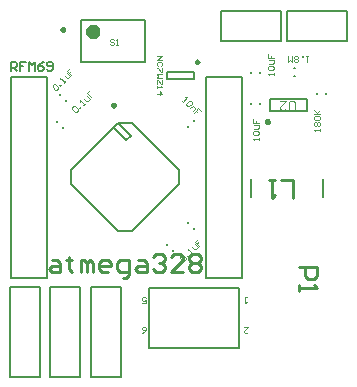
<source format=gto>
%FSTAX23Y23*%
%MOIN*%
%SFA1B1*%

%IPPOS*%
%ADD20C,0.010000*%
%ADD33C,0.009840*%
%ADD34C,0.023620*%
%ADD35C,0.007870*%
%ADD36C,0.005000*%
%ADD37C,0.004000*%
G54D20*
X02045Y04325D02*
Y04385D01*
X02005*
X01985D02*
X01965D01*
X01975*
Y04325*
X01985Y04335*
X02065Y04095D02*
X02124D01*
Y04065*
X02114Y04055*
X02094*
X02084Y04065*
Y04095*
X02065Y04035D02*
Y04015D01*
Y04025*
X02124*
X02114Y04035*
X0124Y04119D02*
X01259D01*
X01269Y04109*
Y0408*
X0124*
X0123Y0409*
X0124Y04099*
X01269*
X01299Y04129D02*
Y04119D01*
X01289*
X01309*
X01299*
Y0409*
X01309Y0408*
X01339D02*
Y04119D01*
X01349*
X01359Y04109*
Y0408*
Y04109*
X01369Y04119*
X01379Y04109*
Y0408*
X01429D02*
X01409D01*
X01399Y0409*
Y04109*
X01409Y04119*
X01429*
X01439Y04109*
Y04099*
X01399*
X01479Y0406D02*
X01489D01*
X01499Y0407*
Y04119*
X01469*
X01459Y04109*
Y0409*
X01469Y0408*
X01499*
X01529Y04119D02*
X01549D01*
X01559Y04109*
Y0408*
X01529*
X01519Y0409*
X01529Y04099*
X01559*
X01579Y04129D02*
X01589Y04139D01*
X01609*
X01619Y04129*
Y04119*
X01609Y04109*
X01599*
X01609*
X01619Y04099*
Y0409*
X01609Y0408*
X01589*
X01579Y0409*
X01679Y0408D02*
X01639D01*
X01679Y04119*
Y04129*
X01669Y04139*
X01649*
X01639Y04129*
X01699D02*
X01709Y04139D01*
X01729*
X01739Y04129*
Y04119*
X01729Y04109*
X01739Y04099*
Y0409*
X01729Y0408*
X01709*
X01699Y0409*
Y04099*
X01709Y04109*
X01699Y04119*
Y04129*
X01709Y04109D02*
X01729D01*
G54D33*
X0173Y04779D02*
D01*
X0173Y04779*
X01729Y04779*
X01729Y0478*
X01729Y0478*
X01729Y0478*
X01729Y04781*
X01729Y04781*
X01729Y04781*
X01729Y04782*
X01728Y04782*
X01728Y04782*
X01728Y04782*
X01728Y04783*
X01727Y04783*
X01727Y04783*
X01727Y04783*
X01726Y04783*
X01726Y04783*
X01726Y04784*
X01725Y04784*
X01725Y04784*
X01725Y04784*
X01724*
X01724Y04784*
X01724Y04784*
X01723Y04784*
X01723Y04783*
X01723Y04783*
X01722Y04783*
X01722Y04783*
X01722Y04783*
X01722Y04783*
X01721Y04782*
X01721Y04782*
X01721Y04782*
X01721Y04782*
X0172Y04781*
X0172Y04781*
X0172Y04781*
X0172Y0478*
X0172Y0478*
X0172Y0478*
X0172Y04779*
X0172Y04779*
X0172Y04779*
X0172Y04778*
X0172Y04778*
X0172Y04778*
X0172Y04777*
X0172Y04777*
X0172Y04777*
X0172Y04776*
X0172Y04776*
X01721Y04776*
X01721Y04776*
X01721Y04775*
X01721Y04775*
X01722Y04775*
X01722Y04775*
X01722Y04775*
X01722Y04774*
X01723Y04774*
X01723Y04774*
X01723Y04774*
X01724Y04774*
X01724Y04774*
X01724Y04774*
X01725*
X01725Y04774*
X01725Y04774*
X01726Y04774*
X01726Y04774*
X01726Y04774*
X01727Y04774*
X01727Y04775*
X01727Y04775*
X01728Y04775*
X01728Y04775*
X01728Y04775*
X01728Y04776*
X01729Y04776*
X01729Y04776*
X01729Y04776*
X01729Y04777*
X01729Y04777*
X01729Y04777*
X01729Y04778*
X01729Y04778*
X0173Y04778*
X0173Y04779*
X0145Y04635D02*
D01*
X0145Y04636*
X0145Y04636*
X0145Y04636*
X0145Y04637*
X0145Y04637*
X0145Y04637*
X0145Y04638*
X0145Y04638*
X0145Y04638*
X01449Y04638*
X01449Y04639*
X01449Y04639*
X01449Y04639*
X01448Y04639*
X01448Y0464*
X01448Y0464*
X01447Y0464*
X01447Y0464*
X01447Y0464*
X01446Y0464*
X01446Y0464*
X01446Y0464*
X01445*
X01445Y0464*
X01445Y0464*
X01444Y0464*
X01444Y0464*
X01444Y0464*
X01443Y0464*
X01443Y0464*
X01443Y04639*
X01443Y04639*
X01442Y04639*
X01442Y04639*
X01442Y04638*
X01442Y04638*
X01441Y04638*
X01441Y04638*
X01441Y04637*
X01441Y04637*
X01441Y04637*
X01441Y04636*
X01441Y04636*
X01441Y04636*
X01441Y04635*
X01441Y04635*
X01441Y04635*
X01441Y04634*
X01441Y04634*
X01441Y04634*
X01441Y04633*
X01441Y04633*
X01441Y04633*
X01442Y04632*
X01442Y04632*
X01442Y04632*
X01442Y04632*
X01443Y04631*
X01443Y04631*
X01443Y04631*
X01443Y04631*
X01444Y04631*
X01444Y04631*
X01444Y04631*
X01445Y0463*
X01445Y0463*
X01445Y0463*
X01446*
X01446Y0463*
X01446Y0463*
X01447Y04631*
X01447Y04631*
X01447Y04631*
X01448Y04631*
X01448Y04631*
X01448Y04631*
X01449Y04631*
X01449Y04632*
X01449Y04632*
X01449Y04632*
X0145Y04632*
X0145Y04633*
X0145Y04633*
X0145Y04633*
X0145Y04634*
X0145Y04634*
X0145Y04634*
X0145Y04635*
X0145Y04635*
X0145Y04635*
X01282Y04887D02*
D01*
X01282Y04887*
X01282Y04888*
X01282Y04888*
X01282Y04888*
X01282Y04889*
X01282Y04889*
X01282Y04889*
X01281Y0489*
X01281Y0489*
X01281Y0489*
X01281Y0489*
X0128Y04891*
X0128Y04891*
X0128Y04891*
X0128Y04891*
X01279Y04891*
X01279Y04891*
X01279Y04892*
X01278Y04892*
X01278Y04892*
X01278Y04892*
X01277Y04892*
X01277*
X01277Y04892*
X01276Y04892*
X01276Y04892*
X01276Y04892*
X01275Y04891*
X01275Y04891*
X01275Y04891*
X01274Y04891*
X01274Y04891*
X01274Y04891*
X01274Y0489*
X01273Y0489*
X01273Y0489*
X01273Y0489*
X01273Y04889*
X01273Y04889*
X01273Y04889*
X01272Y04888*
X01272Y04888*
X01272Y04888*
X01272Y04887*
X01272Y04887*
X01272Y04887*
X01272Y04886*
X01272Y04886*
X01272Y04886*
X01273Y04885*
X01273Y04885*
X01273Y04885*
X01273Y04884*
X01273Y04884*
X01273Y04884*
X01274Y04883*
X01274Y04883*
X01274Y04883*
X01274Y04883*
X01275Y04883*
X01275Y04882*
X01275Y04882*
X01276Y04882*
X01276Y04882*
X01276Y04882*
X01277Y04882*
X01277Y04882*
X01277*
X01278Y04882*
X01278Y04882*
X01278Y04882*
X01279Y04882*
X01279Y04882*
X01279Y04882*
X0128Y04883*
X0128Y04883*
X0128Y04883*
X0128Y04883*
X01281Y04883*
X01281Y04884*
X01281Y04884*
X01281Y04884*
X01282Y04885*
X01282Y04885*
X01282Y04885*
X01282Y04886*
X01282Y04886*
X01282Y04886*
X01282Y04887*
X01282Y04887*
X01964Y0458D02*
D01*
X01964Y04581*
X01964Y04581*
X01963Y04581*
X01963Y04582*
X01963Y04582*
X01963Y04582*
X01963Y04583*
X01963Y04583*
X01963Y04583*
X01962Y04584*
X01962Y04584*
X01962Y04584*
X01962Y04584*
X01961Y04584*
X01961Y04585*
X01961Y04585*
X0196Y04585*
X0196Y04585*
X0196Y04585*
X01959Y04585*
X01959Y04585*
X01959Y04585*
X01958*
X01958Y04585*
X01958Y04585*
X01957Y04585*
X01957Y04585*
X01957Y04585*
X01956Y04585*
X01956Y04585*
X01956Y04584*
X01956Y04584*
X01955Y04584*
X01955Y04584*
X01955Y04584*
X01955Y04583*
X01954Y04583*
X01954Y04583*
X01954Y04582*
X01954Y04582*
X01954Y04582*
X01954Y04581*
X01954Y04581*
X01954Y04581*
X01954Y0458*
X01954Y0458*
X01954Y0458*
X01954Y04579*
X01954Y04579*
X01954Y04579*
X01954Y04578*
X01954Y04578*
X01954Y04578*
X01955Y04577*
X01955Y04577*
X01955Y04577*
X01955Y04577*
X01956Y04576*
X01956Y04576*
X01956Y04576*
X01956Y04576*
X01957Y04576*
X01957Y04576*
X01957Y04576*
X01958Y04576*
X01958Y04575*
X01958Y04575*
X01959*
X01959Y04575*
X01959Y04576*
X0196Y04576*
X0196Y04576*
X0196Y04576*
X01961Y04576*
X01961Y04576*
X01961Y04576*
X01962Y04576*
X01962Y04577*
X01962Y04577*
X01962Y04577*
X01963Y04577*
X01963Y04578*
X01963Y04578*
X01963Y04578*
X01963Y04579*
X01963Y04579*
X01963Y04579*
X01964Y0458*
X01964Y0458*
X01964Y0458*
G54D34*
X01389Y04881D02*
D01*
X01389Y04882*
X01389Y04883*
X01389Y04883*
X01389Y04884*
X01389Y04885*
X01388Y04886*
X01388Y04887*
X01388Y04887*
X01387Y04888*
X01387Y04889*
X01386Y04889*
X01385Y0489*
X01385Y0489*
X01384Y04891*
X01383Y04891*
X01383Y04892*
X01382Y04892*
X01381Y04892*
X0138Y04892*
X0138Y04893*
X01379Y04893*
X01378Y04893*
X01377*
X01376Y04893*
X01376Y04893*
X01375Y04892*
X01374Y04892*
X01373Y04892*
X01372Y04892*
X01372Y04891*
X01371Y04891*
X0137Y0489*
X0137Y0489*
X01369Y04889*
X01369Y04889*
X01368Y04888*
X01368Y04887*
X01367Y04887*
X01367Y04886*
X01366Y04885*
X01366Y04884*
X01366Y04883*
X01366Y04883*
X01366Y04882*
X01366Y04881*
X01366Y0488*
X01366Y04879*
X01366Y04879*
X01366Y04878*
X01366Y04877*
X01367Y04876*
X01367Y04875*
X01368Y04875*
X01368Y04874*
X01369Y04873*
X01369Y04873*
X0137Y04872*
X0137Y04872*
X01371Y04871*
X01372Y04871*
X01372Y0487*
X01373Y0487*
X01374Y0487*
X01375Y0487*
X01376Y04869*
X01376Y04869*
X01377Y04869*
X01378*
X01379Y04869*
X0138Y04869*
X0138Y0487*
X01381Y0487*
X01382Y0487*
X01383Y0487*
X01383Y04871*
X01384Y04871*
X01385Y04872*
X01385Y04872*
X01386Y04873*
X01387Y04873*
X01387Y04874*
X01388Y04875*
X01388Y04875*
X01388Y04876*
X01389Y04877*
X01389Y04878*
X01389Y04879*
X01389Y04879*
X01389Y0488*
X01389Y04881*
G54D35*
X0137Y0373D02*
X0147D01*
X0137D02*
Y0403D01*
X0147*
Y0373D02*
Y0403D01*
X01235Y0373D02*
X01335D01*
X01235D02*
Y0403D01*
X01335*
Y0373D02*
Y0403D01*
X011Y0373D02*
X012D01*
X011D02*
Y0403D01*
X012*
Y0373D02*
Y0403D01*
X01258Y04578D02*
X01261Y04581D01*
X01278Y04558D02*
X01281Y04561D01*
X01288Y04648D02*
X01291Y04651D01*
X01268Y04668D02*
X01271Y04671D01*
X01693Y04243D02*
X01696Y04246D01*
X01713Y04223D02*
X01716Y04226D01*
X01623Y04168D02*
X01626Y04171D01*
X01643Y04148D02*
X01646Y04151D01*
X01565Y04025D02*
X01756D01*
X01565D02*
X01865D01*
X01565Y03825D02*
X01865D01*
Y04025*
X01565Y03825D02*
Y04025D01*
X01713Y04586D02*
X01716Y04583D01*
X01693Y04566D02*
X01696Y04563D01*
X02126Y04673D02*
Y04676D01*
X02153Y04673D02*
Y04676D01*
X02025Y0485D02*
X02225D01*
Y0495*
X02025D02*
X02225D01*
X02025Y0485D02*
Y0495D01*
X01805Y0485D02*
X02005D01*
Y0495*
X01805D02*
X02005D01*
X01805Y0485D02*
Y0495D01*
X01933Y04743D02*
Y04746D01*
X01906Y04743D02*
Y04746D01*
X02048Y04731D02*
X02051D01*
X02048Y04758D02*
X02051D01*
X01933Y04638D02*
Y04641D01*
X01906Y04638D02*
Y04641D01*
X02145Y0433D02*
Y04389D01*
X01904Y0433D02*
Y04389D01*
X01626Y04723D02*
Y04746D01*
X01713Y04723D02*
Y04746D01*
X01626Y04723D02*
X01713D01*
X01626Y04746D02*
X01713D01*
X01447Y0456D02*
X01489Y04518D01*
X01503Y04532*
X01461Y04574D02*
X01503Y04532D01*
X01461Y04215D02*
X01508D01*
X01305Y04371D02*
Y04418D01*
X01664Y04371D02*
Y04418D01*
X01461Y04574D02*
X01508D01*
X01305Y04371D02*
X01461Y04215D01*
X01508Y04574D02*
X01664Y04418D01*
X01508Y04215D02*
X01664Y04371D01*
X01305Y04418D02*
X01461Y04574D01*
X01338Y04779D02*
X01551D01*
X01338Y0492D02*
X01551D01*
Y04779D02*
Y0492D01*
X01338Y04779D02*
Y0492D01*
X02091Y04615D02*
Y04654D01*
X01968Y04615D02*
Y04654D01*
X02091*
X01968Y04615D02*
X02091D01*
G54D36*
X01105Y0473D02*
X01225D01*
Y0406D02*
Y0473D01*
X01105Y0406D02*
Y0473D01*
Y0406D02*
X01225D01*
X01754Y0473D02*
X01874D01*
Y0406D02*
Y0473D01*
X01754Y0406D02*
Y0473D01*
Y0406D02*
X01874D01*
X01105Y0475D02*
Y04779D01*
X01119*
X01124Y04774*
Y04765*
X01119Y0476*
X01105*
X01115D02*
X01124Y0475D01*
X01154Y04779D02*
X01134D01*
Y04765*
X01144*
X01134*
Y0475*
X01164D02*
Y04779D01*
X01174Y04769*
X01184Y04779*
Y0475*
X01214Y04779D02*
X01204Y04774D01*
X01194Y04765*
Y04755*
X01199Y0475*
X01209*
X01214Y04755*
Y0476*
X01209Y04765*
X01194*
X01224Y04755D02*
X01229Y0475D01*
X01239*
X01244Y04755*
Y04774*
X01239Y04779*
X01229*
X01224Y04774*
Y04769*
X01229Y04765*
X01244*
G54D37*
X01308Y04621D02*
Y04626D01*
X01312Y04631*
X01317*
X01327Y04621*
Y04617*
X01322Y04612*
X01317*
X01308Y04621*
X01334Y04624D02*
X01331Y04626D01*
X01334Y04628*
X01336Y04626*
X01334Y04624*
X01345Y04635D02*
X0135Y0464D01*
X01348Y04638*
X01334Y04652*
Y04647*
X01348Y04657D02*
X01355Y0465D01*
X0136*
X01367Y04657*
X01357Y04666*
X01367Y04685D02*
X01357Y04675D01*
X01364Y04668*
X01369Y04673*
X01364Y04668*
X01371Y04661*
X01243Y04696D02*
Y04701D01*
X01247Y04706*
X01252*
X01262Y04696*
Y04692*
X01257Y04687*
X01252*
X01243Y04696*
X01269Y04699D02*
X01266Y04701D01*
X01269Y04703*
X01271Y04701*
X01269Y04699*
X0128Y0471D02*
X01285Y04715D01*
X01283Y04713*
X01269Y04727*
Y04722*
X01283Y04732D02*
X0129Y04725D01*
X01295*
X01302Y04732*
X01292Y04741*
X01302Y0476D02*
X01292Y0475D01*
X01299Y04743*
X01304Y04748*
X01299Y04743*
X01306Y04736*
X01668Y04126D02*
Y04131D01*
X01672Y04136*
X01677*
X01687Y04126*
Y04122*
X01682Y04117*
X01677*
X01668Y04126*
X01694Y04129D02*
X01691Y04131D01*
X01694Y04133*
X01696Y04131*
X01694Y04129*
X01705Y0414D02*
X0171Y04145D01*
X01708Y04143*
X01694Y04157*
Y04152*
X01708Y04162D02*
X01715Y04155D01*
X0172*
X01727Y04162*
X01717Y04171*
X01727Y0419D02*
X01717Y0418D01*
X01724Y04173*
X01729Y04178*
X01724Y04173*
X01731Y04166*
X0198Y04735D02*
Y04741D01*
Y04738*
X0196*
X01963Y04735*
Y04751D02*
X0196Y04754D01*
Y04761*
X01963Y04764*
X01976*
X0198Y04761*
Y04754*
X01976Y04751*
X01963*
X01966Y04771D02*
X01976D01*
X0198Y04774*
Y04784*
X01966*
X0196Y04804D02*
Y04791D01*
X0197*
Y04798*
Y04791*
X0198*
X0193Y0452D02*
Y04526D01*
Y04523*
X0191*
X01913Y0452*
Y04536D02*
X0191Y04539D01*
Y04546*
X01913Y04549*
X01926*
X0193Y04546*
Y04539*
X01926Y04536*
X01913*
X01916Y04556D02*
X01926D01*
X0193Y04559*
Y04569*
X01916*
X0191Y04589D02*
Y04576D01*
X0192*
Y04583*
Y04576*
X0193*
X01675Y0465D02*
X01679Y04645D01*
X01677Y04647*
X01691Y04661*
X01686*
X01698Y0465D02*
X01703D01*
X01707Y04645*
Y0464*
X01698Y04631*
X01693*
X01689Y04635*
Y0464*
X01698Y0465*
X017Y04624D02*
X0171Y04633D01*
X01717Y04626*
Y04621*
X0171Y04614*
X01738D02*
X01729Y04624D01*
X01722Y04617*
X01726Y04612*
X01722Y04617*
X01715Y04609*
X02095Y048D02*
X02088D01*
X02091*
Y0478*
X02095Y04783*
X02078Y048D02*
Y04796D01*
X02075*
Y048*
X02078*
X02061Y04783D02*
X02058Y0478D01*
X02051*
X02048Y04783*
Y04786*
X02051Y0479*
X02048Y04793*
Y04796*
X02051Y048*
X02058*
X02061Y04796*
Y04793*
X02058Y0479*
X02061Y04786*
Y04783*
X02058Y0479D02*
X02051D01*
X02041Y048D02*
Y0478D01*
X02035Y04786*
X02028Y0478*
Y048*
X02135Y0455D02*
Y04556D01*
Y04553*
X02115*
X02118Y0455*
Y04566D02*
X02115Y04569D01*
Y04576*
X02118Y04579*
X02121*
X02125Y04576*
X02128Y04579*
X02131*
X02135Y04576*
Y04569*
X02131Y04566*
X02128*
X02125Y04569*
X02121Y04566*
X02118*
X02125Y04569D02*
Y04576D01*
X02118Y04586D02*
X02115Y04589D01*
Y04596*
X02118Y04599*
X02131*
X02135Y04596*
Y04589*
X02131Y04586*
X02118*
X02115Y04606D02*
X02135D01*
X02128*
X02115Y04619*
X02125Y04609*
X02135Y04619*
X0159Y048D02*
X01609D01*
X0159Y04786*
X01609*
X01606Y04766D02*
X01609Y0477D01*
Y04776*
X01606Y0478*
X01593*
X0159Y04776*
Y0477*
X01593Y04766*
X01609Y0476D02*
Y04746D01*
X01606*
X01593Y0476*
X0159*
X01609Y0474D02*
X0159D01*
X01596Y04733*
X0159Y04726*
X01609*
Y0472D02*
Y04706D01*
X01606*
X01593Y0472*
X0159*
Y04706*
Y047D02*
Y04693D01*
Y04696*
X01609*
X01606Y047*
X0159Y04673D02*
X01609D01*
X016Y04683*
Y0467*
X01448Y04851D02*
X01445Y04854D01*
X01438*
X01435Y04851*
Y04848*
X01438Y04845*
X01445*
X01448Y04841*
Y04838*
X01445Y04835*
X01438*
X01435Y04838*
X01454Y04835D02*
X01461D01*
X01458*
Y04854*
X01454Y04851*
X0205Y0462D02*
Y04645D01*
X02045Y0465*
X02035*
X0203Y04645*
Y0462*
X02Y0465D02*
X0202D01*
X02Y0463*
Y04625*
X02005Y0462*
X02015*
X0202Y04625*
X0189Y03995D02*
X01883D01*
X01886*
Y03975*
X0189Y03978*
X01881Y03895D02*
X01895D01*
X01881Y03881*
Y03878*
X01885Y03875*
X01891*
X01895Y03878*
X01541Y03975D02*
X01555D01*
Y03985*
X01548Y03981*
X01545*
X01541Y03985*
Y03991*
X01545Y03995*
X01551*
X01555Y03991*
X01541Y03875D02*
X01548Y03878D01*
X01555Y03885*
Y03891*
X01551Y03895*
X01545*
X01541Y03891*
Y03888*
X01545Y03885*
X01555*
M02*
</source>
